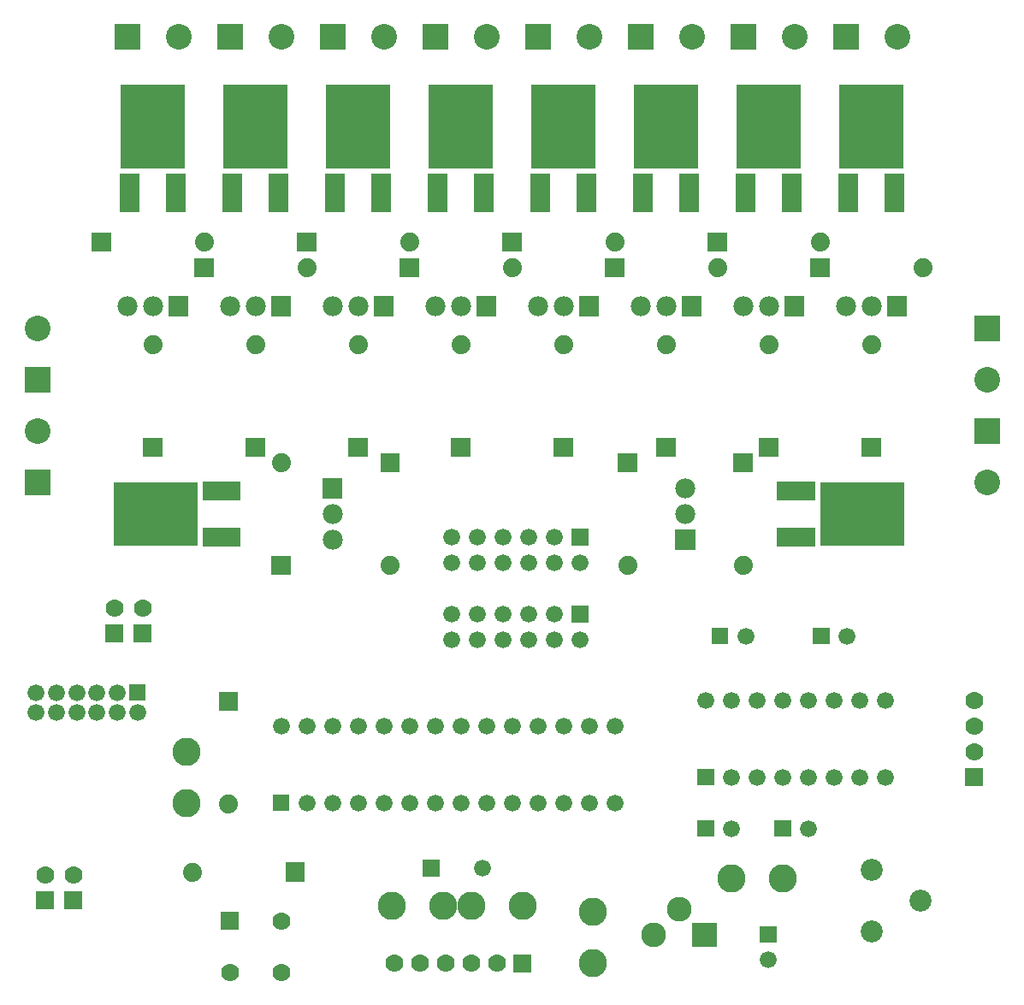
<source format=gts>
G04 start of page 7 for group -4063 idx -4063 *
G04 Title: (unknown), componentmask *
G04 Creator: pcb 20110918 *
G04 CreationDate: Sat 10 May 2014 22:16:53 GMT UTC *
G04 For: ksarkies *
G04 Format: Gerber/RS-274X *
G04 PCB-Dimensions: 390000 390000 *
G04 PCB-Coordinate-Origin: lower left *
%MOIN*%
%FSLAX25Y25*%
%LNTOPMASK*%
%ADD116R,0.0746X0.0746*%
%ADD115R,0.2478X0.2478*%
%ADD114C,0.0860*%
%ADD113C,0.1000*%
%ADD112C,0.0700*%
%ADD111C,0.0740*%
%ADD110C,0.0780*%
%ADD109C,0.1100*%
%ADD108C,0.0960*%
%ADD107C,0.0660*%
%ADD106C,0.0001*%
G54D106*G36*
X291500Y32000D02*Y25400D01*
X298100D01*
Y32000D01*
X291500D01*
G37*
G54D107*X294800Y18700D03*
G54D106*G36*
X265200Y33300D02*Y23700D01*
X274800D01*
Y33300D01*
X265200D01*
G37*
G54D108*X260000Y38500D03*
X250000Y28500D03*
G54D109*X226500Y17500D03*
Y37500D03*
X280500Y50500D03*
X300500D03*
G54D110*X325000Y273500D03*
G54D106*G36*
X301100Y277400D02*Y269600D01*
X308900D01*
Y277400D01*
X301100D01*
G37*
G54D110*X295000Y273500D03*
G54D111*Y258500D03*
X315000Y298500D03*
G54D106*G36*
X311300Y292200D02*Y284800D01*
X318700D01*
Y292200D01*
X311300D01*
G37*
G54D110*X285000Y273500D03*
G54D106*G36*
X261100Y277400D02*Y269600D01*
X268900D01*
Y277400D01*
X261100D01*
G37*
G36*
X271300Y302200D02*Y294800D01*
X278700D01*
Y302200D01*
X271300D01*
G37*
G54D111*X275000Y288500D03*
G54D106*G36*
X331300Y222200D02*Y214800D01*
X338700D01*
Y222200D01*
X331300D01*
G37*
G36*
X291300D02*Y214800D01*
X298700D01*
Y222200D01*
X291300D01*
G37*
G36*
X251300D02*Y214800D01*
X258700D01*
Y222200D01*
X251300D01*
G37*
G54D110*X255000Y273500D03*
X245000D03*
G54D111*X255000Y258500D03*
G54D106*G36*
X231300Y292200D02*Y284800D01*
X238700D01*
Y292200D01*
X231300D01*
G37*
G54D111*X235000Y298500D03*
G54D106*G36*
X236300Y216200D02*Y208800D01*
X243700D01*
Y216200D01*
X236300D01*
G37*
G36*
X281300D02*Y208800D01*
X288700D01*
Y216200D01*
X281300D01*
G37*
G36*
X218200Y156800D02*Y150200D01*
X224800D01*
Y156800D01*
X218200D01*
G37*
G54D107*X221500Y143500D03*
X211500Y153500D03*
Y143500D03*
X201500Y153500D03*
Y143500D03*
X191500Y153500D03*
Y143500D03*
X181500Y153500D03*
Y143500D03*
X171500Y153500D03*
Y143500D03*
G54D111*X240000Y172500D03*
G54D106*G36*
X258600Y186400D02*Y178600D01*
X266400D01*
Y186400D01*
X258600D01*
G37*
G54D110*X262500Y192500D03*
Y202500D03*
G54D111*X285000Y172500D03*
G54D106*G36*
X267200Y73300D02*Y66700D01*
X273800D01*
Y73300D01*
X267200D01*
G37*
G54D107*X280500Y70000D03*
G54D106*G36*
X267200Y93300D02*Y86700D01*
X273800D01*
Y93300D01*
X267200D01*
G37*
G54D107*X280500Y90000D03*
X290500D03*
X300500D03*
X310500D03*
X320500D03*
X330500D03*
Y120000D03*
X320500D03*
X325500Y145000D03*
X310500Y120000D03*
Y70000D03*
G54D106*G36*
X312200Y148300D02*Y141700D01*
X318800D01*
Y148300D01*
X312200D01*
G37*
G54D107*X300500Y120000D03*
G54D106*G36*
X297200Y73300D02*Y66700D01*
X303800D01*
Y73300D01*
X297200D01*
G37*
G54D107*X290500Y120000D03*
X280500D03*
X270500D03*
G54D106*G36*
X272700Y148300D02*Y141700D01*
X279300D01*
Y148300D01*
X272700D01*
G37*
G54D107*X286000Y145000D03*
G54D106*G36*
X160200Y57800D02*Y51200D01*
X166800D01*
Y57800D01*
X160200D01*
G37*
G54D107*X183500Y54500D03*
X155000Y80000D03*
X165000D03*
G54D109*X168000Y40000D03*
G54D112*X169000Y17500D03*
X159000D03*
G54D109*X179000Y40000D03*
G54D112*Y17500D03*
G54D109*X199000Y40000D03*
G54D106*G36*
X195500Y21000D02*Y14000D01*
X202500D01*
Y21000D01*
X195500D01*
G37*
G54D112*X189000Y17500D03*
G54D106*G36*
X81500Y37500D02*Y30500D01*
X88500D01*
Y37500D01*
X81500D01*
G37*
G54D112*X105000Y34000D03*
Y14000D03*
X85000D03*
G54D106*G36*
X106800Y56700D02*Y49300D01*
X114200D01*
Y56700D01*
X106800D01*
G37*
G36*
X101700Y83300D02*Y76700D01*
X108300D01*
Y83300D01*
X101700D01*
G37*
G54D107*X115000Y80000D03*
X125000D03*
X135000D03*
X145000D03*
G54D109*X148000Y40000D03*
G54D106*G36*
X20500Y45500D02*Y38500D01*
X27500D01*
Y45500D01*
X20500D01*
G37*
G54D112*X24000Y52000D03*
G54D106*G36*
X9500Y45500D02*Y38500D01*
X16500D01*
Y45500D01*
X9500D01*
G37*
G54D112*X13000Y52000D03*
G54D109*X68000Y80000D03*
G54D111*X70500Y53000D03*
X84500Y79500D03*
G54D112*X149000Y17500D03*
G54D107*X175000Y80000D03*
X185000D03*
X195000D03*
X205000D03*
X215000D03*
X225000D03*
X235000D03*
Y110000D03*
X225000D03*
X215000D03*
X205000D03*
X195000D03*
X185000D03*
X175000D03*
X165000D03*
X155000D03*
X145000D03*
X135000D03*
X125000D03*
X115000D03*
X105000D03*
G54D109*X68000Y100000D03*
G54D106*G36*
X80800Y123200D02*Y115800D01*
X88200D01*
Y123200D01*
X80800D01*
G37*
G36*
X36500Y149500D02*Y142500D01*
X43500D01*
Y149500D01*
X36500D01*
G37*
G54D112*X40000Y156000D03*
G54D106*G36*
X47500Y149500D02*Y142500D01*
X54500D01*
Y149500D01*
X47500D01*
G37*
G54D112*X51000Y156000D03*
G54D106*G36*
X45700Y126300D02*Y119700D01*
X52300D01*
Y126300D01*
X45700D01*
G37*
G54D107*X41126Y123000D03*
X33252D03*
X25378D03*
X17504D03*
X9630D03*
X49000Y115126D03*
X41126D03*
X33252D03*
X25378D03*
X17504D03*
X9630D03*
G54D106*G36*
X5000Y210000D02*Y200000D01*
X15000D01*
Y210000D01*
X5000D01*
G37*
G54D113*X10000Y225000D03*
G54D106*G36*
X5000Y250000D02*Y240000D01*
X15000D01*
Y250000D01*
X5000D01*
G37*
G54D113*X10000Y265000D03*
G54D110*X45000Y273500D03*
G54D106*G36*
X31300Y302200D02*Y294800D01*
X38700D01*
Y302200D01*
X31300D01*
G37*
G36*
X141100Y277400D02*Y269600D01*
X148900D01*
Y277400D01*
X141100D01*
G37*
G54D110*X165000Y273500D03*
G54D111*X155000Y298500D03*
G54D106*G36*
X151300Y292200D02*Y284800D01*
X158700D01*
Y292200D01*
X151300D01*
G37*
G54D110*X135000Y273500D03*
X125000D03*
G54D111*X135000Y258500D03*
G54D106*G36*
X171300Y222200D02*Y214800D01*
X178700D01*
Y222200D01*
X171300D01*
G37*
G36*
X131300D02*Y214800D01*
X138700D01*
Y222200D01*
X131300D01*
G37*
G36*
X143800Y216200D02*Y208800D01*
X151200D01*
Y216200D01*
X143800D01*
G37*
G54D111*X147500Y172500D03*
G54D106*G36*
X61100Y277400D02*Y269600D01*
X68900D01*
Y277400D01*
X61100D01*
G37*
G54D110*X55000Y273500D03*
G54D106*G36*
X101100Y277400D02*Y269600D01*
X108900D01*
Y277400D01*
X101100D01*
G37*
G54D110*X95000Y273500D03*
X85000D03*
G54D106*G36*
X71300Y292200D02*Y284800D01*
X78700D01*
Y292200D01*
X71300D01*
G37*
G54D111*X75000Y298500D03*
X115000Y288500D03*
G54D106*G36*
X111300Y302200D02*Y294800D01*
X118700D01*
Y302200D01*
X111300D01*
G37*
G36*
X121100Y206400D02*Y198600D01*
X128900D01*
Y206400D01*
X121100D01*
G37*
G54D110*X125000Y192500D03*
Y182500D03*
G54D106*G36*
X101300Y176200D02*Y168800D01*
X108700D01*
Y176200D01*
X101300D01*
G37*
G54D111*X105000Y212500D03*
G54D106*G36*
X91300Y222200D02*Y214800D01*
X98700D01*
Y222200D01*
X91300D01*
G37*
G54D111*X95000Y258500D03*
X55000D03*
G54D106*G36*
X51300Y222200D02*Y214800D01*
X58700D01*
Y222200D01*
X51300D01*
G37*
G36*
X181100Y277400D02*Y269600D01*
X188900D01*
Y277400D01*
X181100D01*
G37*
G36*
X221100D02*Y269600D01*
X228900D01*
Y277400D01*
X221100D01*
G37*
G54D110*X215000Y273500D03*
X205000D03*
G54D106*G36*
X211300Y222200D02*Y214800D01*
X218700D01*
Y222200D01*
X211300D01*
G37*
G54D111*X215000Y258500D03*
X175000D03*
G54D110*Y273500D03*
G54D106*G36*
X191300Y302200D02*Y294800D01*
X198700D01*
Y302200D01*
X191300D01*
G37*
G54D111*X195000Y288500D03*
G54D106*G36*
X218200Y186800D02*Y180200D01*
X224800D01*
Y186800D01*
X218200D01*
G37*
G54D107*X211500Y183500D03*
X201500D03*
X191500D03*
X181500D03*
X171500D03*
X221500Y173500D03*
X211500D03*
X201500D03*
X191500D03*
X181500D03*
X171500D03*
G54D106*G36*
X40000Y383500D02*Y373500D01*
X50000D01*
Y383500D01*
X40000D01*
G37*
G54D113*X65000Y378500D03*
G54D106*G36*
X80000Y383500D02*Y373500D01*
X90000D01*
Y383500D01*
X80000D01*
G37*
G54D113*X105000Y378500D03*
G54D106*G36*
X120000Y383500D02*Y373500D01*
X130000D01*
Y383500D01*
X120000D01*
G37*
G54D113*X145000Y378500D03*
G54D106*G36*
X160000Y383500D02*Y373500D01*
X170000D01*
Y383500D01*
X160000D01*
G37*
G54D113*X185000Y378500D03*
G54D106*G36*
X200000Y383500D02*Y373500D01*
X210000D01*
Y383500D01*
X200000D01*
G37*
G54D113*X225000Y378500D03*
G54D106*G36*
X240000Y383500D02*Y373500D01*
X250000D01*
Y383500D01*
X240000D01*
G37*
G54D113*X265000Y378500D03*
G54D106*G36*
X280000Y383500D02*Y373500D01*
X290000D01*
Y383500D01*
X280000D01*
G37*
G54D113*X305000Y378500D03*
G54D106*G36*
X320000Y383500D02*Y373500D01*
X330000D01*
Y383500D01*
X320000D01*
G37*
G54D113*X345000Y378500D03*
G54D106*G36*
X371500Y93500D02*Y86500D01*
X378500D01*
Y93500D01*
X371500D01*
G37*
G54D112*X375000Y100000D03*
Y110000D03*
Y120000D03*
G54D113*X380000Y205000D03*
G54D106*G36*
X375000Y270000D02*Y260000D01*
X385000D01*
Y270000D01*
X375000D01*
G37*
G54D113*X380000Y245000D03*
G54D106*G36*
X375000Y230000D02*Y220000D01*
X385000D01*
Y230000D01*
X375000D01*
G37*
G36*
X341100Y277400D02*Y269600D01*
X348900D01*
Y277400D01*
X341100D01*
G37*
G54D110*X335000Y273500D03*
G54D111*Y258500D03*
X355000Y288500D03*
G54D114*X335000Y54000D03*
X354000Y41900D03*
X335000Y30000D03*
G54D107*X340500Y90000D03*
Y120000D03*
G54D115*X52126Y192500D02*X60000D01*
G54D116*X78111Y201555D02*X85592D01*
X78111Y183445D02*X85592D01*
G54D115*X255000Y347437D02*Y339563D01*
X215000Y347437D02*Y339563D01*
X175000Y347437D02*Y339563D01*
X135000Y347437D02*Y339563D01*
G54D116*X245945Y321452D02*Y313971D01*
X224055Y321452D02*Y313971D01*
X205945Y321452D02*Y313971D01*
X184055Y321452D02*Y313971D01*
X165945Y321452D02*Y313971D01*
X144055Y321452D02*Y313971D01*
X125945Y321452D02*Y313971D01*
G54D115*X95000Y347437D02*Y339563D01*
X55000Y347437D02*Y339563D01*
G54D116*X104055Y321452D02*Y313971D01*
X85945Y321452D02*Y313971D01*
X64055Y321452D02*Y313971D01*
X45945Y321452D02*Y313971D01*
G54D115*X335000Y347437D02*Y339563D01*
G54D116*X344055Y321452D02*Y313971D01*
X325945Y321452D02*Y313971D01*
G54D115*X295000Y347437D02*Y339563D01*
G54D116*X304055Y321452D02*Y313971D01*
X285945Y321452D02*Y313971D01*
X264055Y321452D02*Y313971D01*
G54D115*X327500Y192500D02*X335374D01*
G54D116*X301908Y183445D02*X309389D01*
X301908Y201555D02*X309389D01*
M02*

</source>
